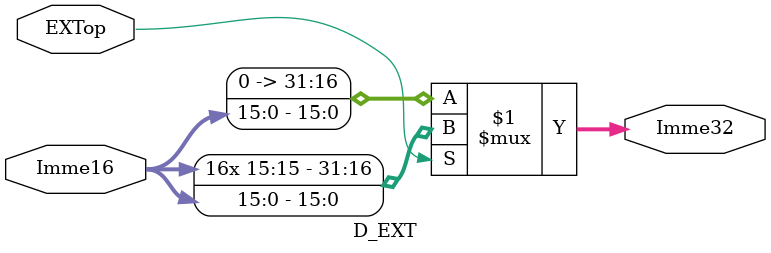
<source format=v>
`timescale 1ns / 1ps

module D_EXT(
    input [15:0] Imme16,
    input EXTop,
    output [31:0] Imme32
);
    assign Imme32 = (EXTop)?{{16{Imme16[15]}},Imme16}:{{16{1'b0}},Imme16};
endmodule

</source>
